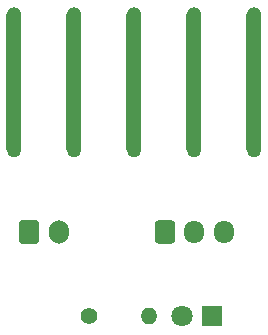
<source format=gbr>
%TF.GenerationSoftware,KiCad,Pcbnew,8.0.1*%
%TF.CreationDate,2024-05-01T10:03:54+09:00*%
%TF.ProjectId,LaserControlConnector,4c617365-7243-46f6-9e74-726f6c436f6e,rev?*%
%TF.SameCoordinates,Original*%
%TF.FileFunction,Copper,L2,Bot*%
%TF.FilePolarity,Positive*%
%FSLAX46Y46*%
G04 Gerber Fmt 4.6, Leading zero omitted, Abs format (unit mm)*
G04 Created by KiCad (PCBNEW 8.0.1) date 2024-05-01 10:03:54*
%MOMM*%
%LPD*%
G01*
G04 APERTURE LIST*
G04 Aperture macros list*
%AMRoundRect*
0 Rectangle with rounded corners*
0 $1 Rounding radius*
0 $2 $3 $4 $5 $6 $7 $8 $9 X,Y pos of 4 corners*
0 Add a 4 corners polygon primitive as box body*
4,1,4,$2,$3,$4,$5,$6,$7,$8,$9,$2,$3,0*
0 Add four circle primitives for the rounded corners*
1,1,$1+$1,$2,$3*
1,1,$1+$1,$4,$5*
1,1,$1+$1,$6,$7*
1,1,$1+$1,$8,$9*
0 Add four rect primitives between the rounded corners*
20,1,$1+$1,$2,$3,$4,$5,0*
20,1,$1+$1,$4,$5,$6,$7,0*
20,1,$1+$1,$6,$7,$8,$9,0*
20,1,$1+$1,$8,$9,$2,$3,0*%
G04 Aperture macros list end*
%TA.AperFunction,SMDPad,CuDef*%
%ADD10RoundRect,0.635000X-0.000010X-5.715000X0.000010X-5.715000X0.000010X5.715000X-0.000010X5.715000X0*%
%TD*%
%TA.AperFunction,ComponentPad*%
%ADD11C,1.270000*%
%TD*%
%TA.AperFunction,ComponentPad*%
%ADD12RoundRect,0.250000X-0.600000X-0.750000X0.600000X-0.750000X0.600000X0.750000X-0.600000X0.750000X0*%
%TD*%
%TA.AperFunction,ComponentPad*%
%ADD13O,1.700000X2.000000*%
%TD*%
%TA.AperFunction,ComponentPad*%
%ADD14C,1.400000*%
%TD*%
%TA.AperFunction,ComponentPad*%
%ADD15O,1.400000X1.400000*%
%TD*%
%TA.AperFunction,ComponentPad*%
%ADD16RoundRect,0.250000X-0.600000X-0.725000X0.600000X-0.725000X0.600000X0.725000X-0.600000X0.725000X0*%
%TD*%
%TA.AperFunction,ComponentPad*%
%ADD17O,1.700000X1.950000*%
%TD*%
%TA.AperFunction,ComponentPad*%
%ADD18R,1.800000X1.800000*%
%TD*%
%TA.AperFunction,ComponentPad*%
%ADD19C,1.800000*%
%TD*%
G04 APERTURE END LIST*
D10*
%TO.P,JP2-L1,1,Pin_1*%
%TO.N,Net-(D2-K)*%
X137160000Y-76200000D03*
D11*
X137160000Y-81915000D03*
%TD*%
D12*
%TO.P,J2,1,Pin_1*%
%TO.N,Net-(D2-K)*%
X133390000Y-88900000D03*
D13*
%TO.P,J2,2,Pin_2*%
%TO.N,Net-(J2-Pin_2)*%
X135890000Y-88900000D03*
%TD*%
D10*
%TO.P,JP2-G2,1,Pin_1*%
%TO.N,Net-(D2-K)*%
X142240000Y-76200000D03*
D11*
X142240000Y-81915000D03*
%TD*%
D10*
%TO.P,JP2-P1,1,Pin_1*%
%TO.N,Net-(JP2-P1-Pin_1)*%
X132080000Y-76200000D03*
D11*
X132080000Y-81915000D03*
%TD*%
D10*
%TO.P,JP2-IN1,1,Pin_1*%
%TO.N,Net-(J1-Pin_2)*%
X147320000Y-76200000D03*
D11*
X147320000Y-81915000D03*
%TD*%
D14*
%TO.P,R3,1*%
%TO.N,Net-(J2-Pin_2)*%
X138430000Y-96012000D03*
D15*
%TO.P,R3,2*%
%TO.N,Net-(D2-A)*%
X143510000Y-96012000D03*
%TD*%
D16*
%TO.P,J1,1,Pin_1*%
%TO.N,Net-(D2-K)*%
X144860000Y-88900000D03*
D17*
%TO.P,J1,2,Pin_2*%
%TO.N,Net-(J1-Pin_2)*%
X147360000Y-88900000D03*
%TO.P,J1,3,Pin_3*%
%TO.N,+5V*%
X149860000Y-88900000D03*
%TD*%
D18*
%TO.P,D2,1,K*%
%TO.N,Net-(D2-K)*%
X148844000Y-96012000D03*
D19*
%TO.P,D2,2,A*%
%TO.N,Net-(D2-A)*%
X146304000Y-96012000D03*
%TD*%
D10*
%TO.P,JP2-5V1,1,Pin_1*%
%TO.N,+5V*%
X152400000Y-76200000D03*
D11*
X152400000Y-81915000D03*
%TD*%
M02*

</source>
